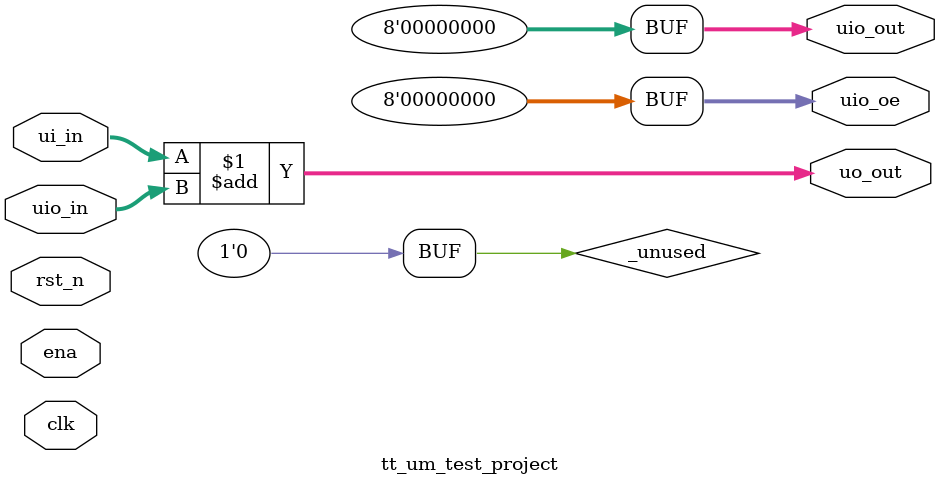
<source format=v>
/*
 * Copyright (c) 2024 Your Name
 * SPDX-License-Identifier: Apache-2.0
 */

`default_nettype none

module tt_um_test_project (
    input  wire [7:0] ui_in,    // Dedicated inputs
    output wire [7:0] uo_out,   // Dedicated outputs
    input  wire [7:0] uio_in,   // IOs: Input path
    output wire [7:0] uio_out,  // IOs: Output path
    output wire [7:0] uio_oe,   // IOs: Enable path (active high: 0=input, 1=output)
    input  wire       ena,      // always 1 when the design is powered, so you can ignore it
    input  wire       clk,      // clock
    input  wire       rst_n     // reset_n - low to reset
);

  // All output pins must be assigned. If not used, assign to 0.
  assign uo_out  = ui_in + uio_in;  // Example: ou_out is the sum of ui_in and uio_in
  assign uio_out = 0;
  assign uio_oe  = 0;

  // List all unused inputs to prevent warnings
  wire _unused = &{ena, clk, rst_n, 1'b0};

endmodule

</source>
